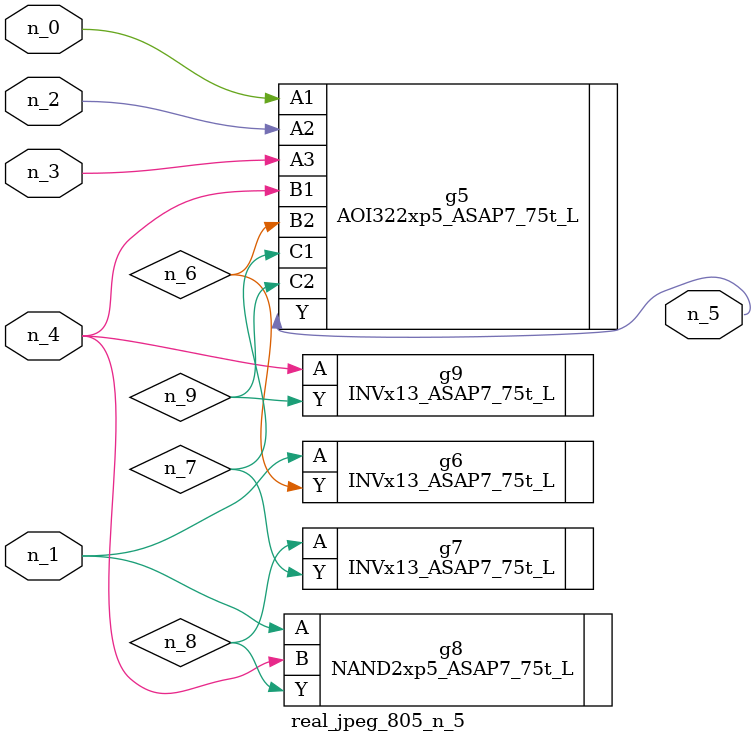
<source format=v>
module real_jpeg_805_n_5 (n_4, n_0, n_1, n_2, n_3, n_5);

input n_4;
input n_0;
input n_1;
input n_2;
input n_3;

output n_5;

wire n_8;
wire n_6;
wire n_7;
wire n_9;

AOI322xp5_ASAP7_75t_L g5 ( 
.A1(n_0),
.A2(n_2),
.A3(n_3),
.B1(n_4),
.B2(n_6),
.C1(n_7),
.C2(n_9),
.Y(n_5)
);

INVx13_ASAP7_75t_L g6 ( 
.A(n_1),
.Y(n_6)
);

NAND2xp5_ASAP7_75t_L g8 ( 
.A(n_1),
.B(n_4),
.Y(n_8)
);

INVx13_ASAP7_75t_L g9 ( 
.A(n_4),
.Y(n_9)
);

INVx13_ASAP7_75t_L g7 ( 
.A(n_8),
.Y(n_7)
);


endmodule
</source>
